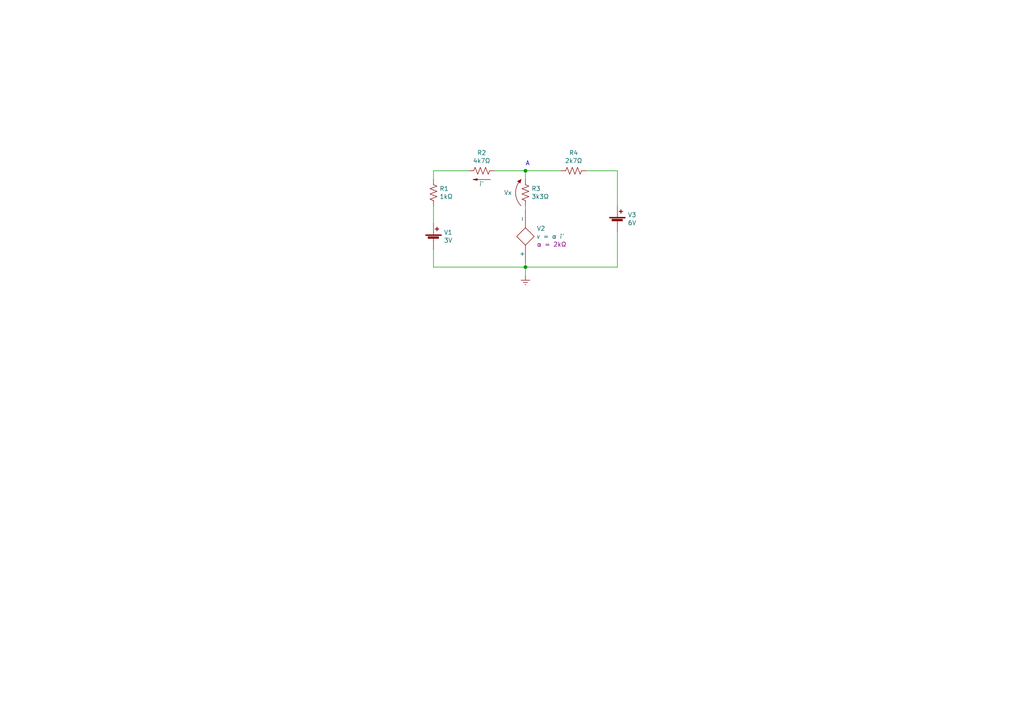
<source format=kicad_sch>
(kicad_sch (version 20211123) (generator eeschema)
  (paper "A4")
  (title_block (title "Questão 5 e 6 - P2/2020 - Noturno") (date "2020-11-18") (rev "0") (company "ETE103 - Fundamentos de Circuitos Analógicos"))
  (lib_symbols
    (symbol "Device:Battery_Cell" (pin_numbers hide) (pin_names (offset 0) hide)
      (property "Reference" "BT" (at 2.54 2.54 0))
      (property "Value" "Battery_Cell" (at 2.54 0 0))
      (symbol "Battery_Cell_0_1"
        (rectangle (start -2.286 1.778) (end 2.286 1.524) (fill (type outline)))
        (rectangle (start -1.5748 1.1938) (end 1.4732 0.6858) (fill (type outline)))
        (polyline (pts (xy 0 0.762) (xy 0 0)))
        (polyline (pts (xy 0 1.778) (xy 0 2.54)))
        (polyline (pts (xy 0.508 3.429) (xy 1.524 3.429)) (stroke (width 0.254)))
        (polyline (pts (xy 1.016 3.937) (xy 1.016 2.921)) (stroke (width 0.254)))
      )
      (symbol "Battery_Cell_1_1"
        (pin passive line (at 0 5.08 270) (length 2.54) (name "+") (number "1"))
        (pin passive line (at 0 -2.54 90) (length 2.54) (name "-") (number "2"))
      )
    )
    (symbol "Device:R_US" (pin_numbers hide) (pin_names (offset 0))
      (property "Reference" "R" (at 2.54 0 90))
      (property "Value" "R_US" (at -2.54 0 90))
      (symbol "R_US_0_1"
        (polyline (pts (xy 0 -2.286) (xy 0 -2.54)))
        (polyline (pts (xy 0 2.286) (xy 0 2.54)))
        (polyline (pts (xy 0 -0.762) (xy 1.016 -1.143) (xy 0 -1.524) (xy -1.016 -1.905) (xy 0 -2.286)))
        (polyline (pts (xy 0 0.762) (xy 1.016 0.381) (xy 0 0) (xy -1.016 -0.381) (xy 0 -0.762)))
        (polyline (pts (xy 0 2.286) (xy 1.016 1.905) (xy 0 1.524) (xy -1.016 1.143) (xy 0 0.762)))
      )
      (symbol "R_US_1_1"
        (pin passive line (at 0 3.81 270) (length 1.27) (name "~") (number "1"))
        (pin passive line (at 0 -3.81 90) (length 1.27) (name "~") (number "2"))
      )
    )
    (symbol "Personalizados:fonte_tensao_dep" (pin_numbers hide) (pin_names (offset 0))
      (property "Reference" "V" (at 3.81 0 0))
      (property "Value" "fonte_tensao_dep" (at -3.81 -0.635 90))
      (symbol "fonte_tensao_dep_0_1"
        (polyline (pts (xy 0 2.54) (xy -2.54 0) (xy 0 -2.54) (xy 2.54 0) (xy 0 2.54)))
      )
      (symbol "fonte_tensao_dep_1_1"
        (pin passive line (at 0 7.62 270) (length 5.08) (name "+") (number "1"))
        (pin passive line (at 0 -7.62 90) (length 5.08) (name "-") (number "2"))
      )
    )
    (symbol "Personalizados:seta_corrente" (pin_names (offset 1.016))
      (property "Reference" "I" (at 1.905 1.27 0))
      (symbol "seta_corrente_1_1"
        (polyline (pts (xy 4.064 0) (xy 0 0)))
        (polyline (pts (xy 5.08 0) (xy 3.81 -0.254) (xy 3.81 0.254) (xy 5.08 0)) (fill (type outline)))
      )
    )
    (symbol "Personalizados:seta_tensao_longa" (pin_names (offset 1.016))
      (property "Reference" "V" (at -2.54 0 0))
      (symbol "seta_tensao_longa_0_1"
        (polyline (pts (xy 0 3.81) (xy -1.016 3.302) (xy -0.254 2.794) (xy 0 3.81)) (fill (type outline)))
        (arc (start 0 3.81) (mid -1.5782 0) (end 0 -3.81))
      )
    )
    (symbol "power:Earth" (power) (pin_names (offset 0))
      (symbol "Earth_0_1"
        (polyline (pts (xy -0.635 -1.905) (xy 0.635 -1.905)))
        (polyline (pts (xy -0.127 -2.54) (xy 0.127 -2.54)))
        (polyline (pts (xy 0 -1.27) (xy 0 0)))
        (polyline (pts (xy 1.27 -1.27) (xy -1.27 -1.27)))
      )
      (symbol "Earth_1_1"
        (pin power_in line (at 0 0 270) (length 0) hide (name "Earth") (number "1"))
      )
    )
  )
  (junction (at 152.4 77.47))
  (junction (at 152.4 49.53))
  (wire (pts (xy 152.4 77.47) (xy 179.07 77.47)))
  (wire (pts (xy 179.07 67.31) (xy 179.07 77.47)))
  (wire (pts (xy 152.4 49.53) (xy 162.56 49.53)))
  (wire (pts (xy 170.18 49.53) (xy 179.07 49.53)))
  (wire (pts (xy 125.73 49.53) (xy 135.89 49.53)))
  (wire (pts (xy 152.4 80.01) (xy 152.4 77.47)))
  (wire (pts (xy 152.4 76.2) (xy 152.4 77.47)))
  (wire (pts (xy 125.73 77.47) (xy 125.73 72.39)))
  (wire (pts (xy 152.4 60.96) (xy 152.4 59.69)))
  (wire (pts (xy 179.07 49.53) (xy 179.07 59.69)))
  (wire (pts (xy 125.73 52.07) (xy 125.73 49.53)))
  (wire (pts (xy 143.51 49.53) (xy 152.4 49.53)))
  (wire (pts (xy 125.73 64.77) (xy 125.73 59.69)))
  (wire (pts (xy 152.4 49.53) (xy 152.4 52.07)))
  (wire (pts (xy 152.4 77.47) (xy 125.73 77.47)))
  (text "A" (at 152.4 48.26 0) (effects (font (size 1.27 1.27)) (justify left bottom)))
  (symbol (lib_id "Device:Battery_Cell") (at 125.73 69.85 0) (unit 1)
    (property "Reference" "V1" (at 128.7272 67.4116 0) (effects (justify left)))
    (property "Value" "3V" (at 128.7272 69.723 0) (effects (justify left)))
  )
  (symbol (lib_id "Device:R_US") (at 125.73 55.88 180) (unit 1)
    (property "Reference" "R1" (at 127.4572 54.7116 0) (effects (justify right)))
    (property "Value" "1kΩ" (at 127.4572 57.023 0) (effects (justify right)))
  )
  (symbol (lib_id "Device:R_US") (at 139.7 49.53 90) (unit 1)
    (property "Reference" "R2" (at 139.7 44.323 90))
    (property "Value" "4k7Ω" (at 139.7 46.6344 90))
  )
  (symbol (lib_id "Device:R_US") (at 166.37 49.53 90) (unit 1)
    (property "Reference" "R4" (at 166.37 44.323 90))
    (property "Value" "2k7Ω" (at 166.37 46.6344 90))
  )
  (symbol (lib_id "Device:R_US") (at 152.4 55.88 180) (unit 1)
    (property "Reference" "R3" (at 154.1272 54.7116 0) (effects (justify right)))
    (property "Value" "3k3Ω" (at 154.1272 57.023 0) (effects (justify right)))
  )
  (symbol (lib_id "Personalizados:fonte_tensao_dep") (at 152.4 68.58 180) (unit 1)
    (property "Reference" "V2" (at 155.6512 66.2686 0) (effects (justify right)))
    (property "Value" "v = α i'" (at 155.6512 68.58 0) (effects (font italic) (justify right)))
    (property "Observação" "α = 2kΩ" (at 155.6512 70.8914 0) (effects (justify right)))
  )
  (symbol (lib_id "Device:Battery_Cell") (at 179.07 64.77 0) (unit 1)
    (property "Reference" "V3" (at 182.0672 62.3316 0) (effects (justify left)))
    (property "Value" "6V" (at 182.0672 64.643 0) (effects (justify left)))
  )
  (symbol (lib_id "Personalizados:seta_corrente") (at 142.24 52.07 0) (mirror y) (unit 1)
    (property "Reference" "i'" (at 139.7 53.34 0) (effects (font italic)))
    (property "Value" "seta_corrente" (effects hide))
  )
  (symbol (lib_id "power:Earth") (at 152.4 80.01 0) (unit 1)
    (property "Reference" "#PWR?" (effects hide))
    (property "Value" "Earth" (effects hide))
  )
  (symbol (lib_id "Personalizados:seta_tensao_longa") (at 151.13 55.88 0) (unit 1)
    (property "Reference" "Vx" (at 147.32 55.88 0))
    (property "Value" "seta_tensao_longa" (effects hide))
  )
)
</source>
